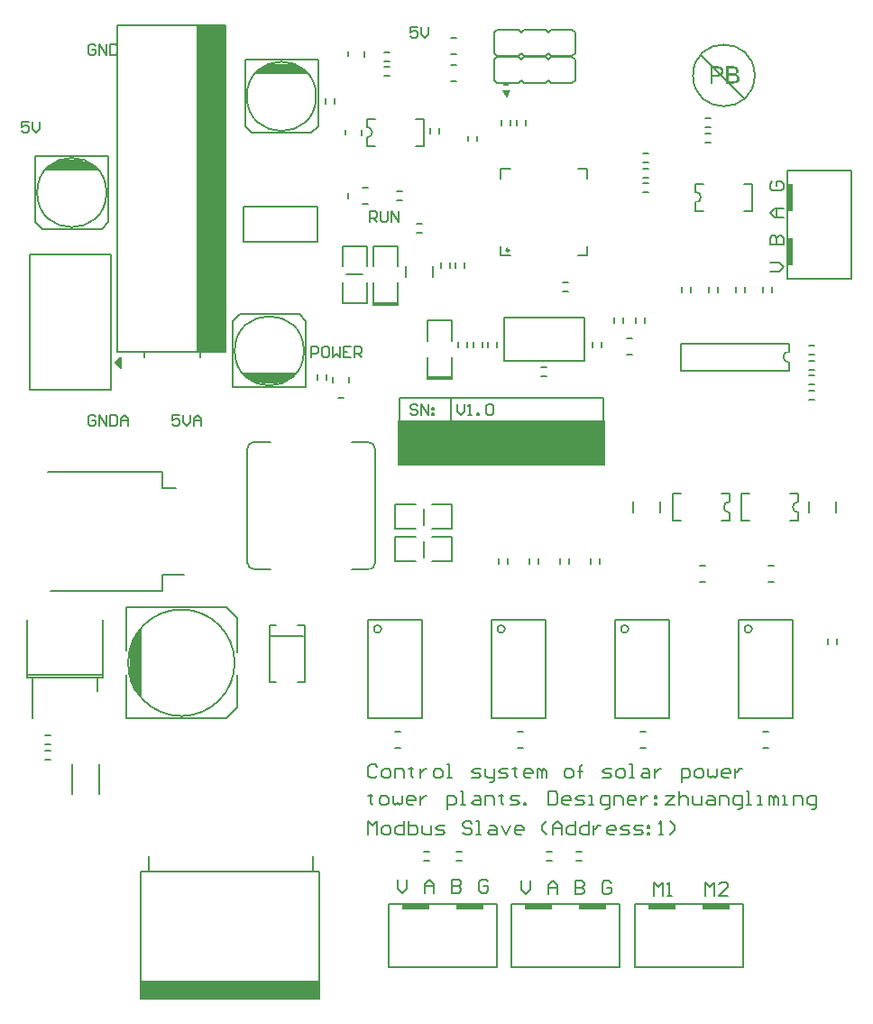
<source format=gto>
%FSAX24Y24*%
%MOIN*%
G70*
G01*
G75*
%ADD10R,0.0350X0.0200*%
%ADD11R,0.0200X0.0350*%
%ADD12R,0.0300X0.0550*%
%ADD13R,0.0550X0.0300*%
%ADD14R,0.0600X0.0600*%
%ADD15R,0.0600X0.0600*%
%ADD16R,0.1000X0.0600*%
%ADD17R,0.0240X0.0760*%
%ADD18R,0.1181X0.0787*%
%ADD19O,0.0500X0.0984*%
%ADD20O,0.0118X0.0689*%
%ADD21O,0.0689X0.0118*%
%ADD22R,0.0650X0.0400*%
%ADD23C,0.0600*%
G04:AMPARAMS|DCode=24|XSize=59.1mil|YSize=118.1mil|CornerRadius=5.9mil|HoleSize=0mil|Usage=FLASHONLY|Rotation=180.000|XOffset=0mil|YOffset=0mil|HoleType=Round|Shape=RoundedRectangle|*
%AMROUNDEDRECTD24*
21,1,0.0591,0.1063,0,0,180.0*
21,1,0.0472,0.1181,0,0,180.0*
1,1,0.0118,-0.0236,0.0532*
1,1,0.0118,0.0236,0.0532*
1,1,0.0118,0.0236,-0.0532*
1,1,0.0118,-0.0236,-0.0532*
%
%ADD24ROUNDEDRECTD24*%
G04:AMPARAMS|DCode=25|XSize=100mil|YSize=50mil|CornerRadius=5mil|HoleSize=0mil|Usage=FLASHONLY|Rotation=180.000|XOffset=0mil|YOffset=0mil|HoleType=Round|Shape=RoundedRectangle|*
%AMROUNDEDRECTD25*
21,1,0.1000,0.0400,0,0,180.0*
21,1,0.0900,0.0500,0,0,180.0*
1,1,0.0100,-0.0450,0.0200*
1,1,0.0100,0.0450,0.0200*
1,1,0.0100,0.0450,-0.0200*
1,1,0.0100,-0.0450,-0.0200*
%
%ADD25ROUNDEDRECTD25*%
%ADD26R,0.2008X0.2000*%
%ADD27R,0.0315X0.0984*%
G04:AMPARAMS|DCode=28|XSize=275.6mil|YSize=137.8mil|CornerRadius=13.8mil|HoleSize=0mil|Usage=FLASHONLY|Rotation=180.000|XOffset=0mil|YOffset=0mil|HoleType=Round|Shape=RoundedRectangle|*
%AMROUNDEDRECTD28*
21,1,0.2756,0.1102,0,0,180.0*
21,1,0.2480,0.1378,0,0,180.0*
1,1,0.0276,-0.1240,0.0551*
1,1,0.0276,0.1240,0.0551*
1,1,0.0276,0.1240,-0.0551*
1,1,0.0276,-0.1240,-0.0551*
%
%ADD28ROUNDEDRECTD28*%
%ADD29R,0.0850X0.0421*%
G04:AMPARAMS|DCode=30|XSize=417.3mil|YSize=236.2mil|CornerRadius=23.6mil|HoleSize=0mil|Usage=FLASHONLY|Rotation=90.000|XOffset=0mil|YOffset=0mil|HoleType=Round|Shape=RoundedRectangle|*
%AMROUNDEDRECTD30*
21,1,0.4173,0.1890,0,0,90.0*
21,1,0.3701,0.2362,0,0,90.0*
1,1,0.0472,0.0945,0.1850*
1,1,0.0472,0.0945,-0.1850*
1,1,0.0472,-0.0945,-0.1850*
1,1,0.0472,-0.0945,0.1850*
%
%ADD30ROUNDEDRECTD30*%
%ADD31C,0.0100*%
%ADD32C,0.0200*%
%ADD33C,0.0080*%
%ADD34C,0.0250*%
%ADD35R,0.2350X0.4000*%
%ADD36R,0.5200X0.0300*%
%ADD37R,0.2200X0.3700*%
%ADD38R,0.3100X0.0700*%
%ADD39C,0.0591*%
%ADD40R,0.0591X0.0591*%
%ADD41P,0.0649X8X112.5*%
%ADD42R,0.0591X0.0591*%
%ADD43P,0.0649X8X22.5*%
%ADD44R,0.0591X0.1575*%
%ADD45C,0.0787*%
G04:AMPARAMS|DCode=46|XSize=78.7mil|YSize=78.7mil|CornerRadius=19.7mil|HoleSize=0mil|Usage=FLASHONLY|Rotation=0.000|XOffset=0mil|YOffset=0mil|HoleType=Round|Shape=RoundedRectangle|*
%AMROUNDEDRECTD46*
21,1,0.0787,0.0394,0,0,0.0*
21,1,0.0394,0.0787,0,0,0.0*
1,1,0.0394,0.0197,-0.0197*
1,1,0.0394,-0.0197,-0.0197*
1,1,0.0394,-0.0197,0.0197*
1,1,0.0394,0.0197,0.0197*
%
%ADD46ROUNDEDRECTD46*%
%ADD47C,0.1969*%
%ADD48R,0.0610X0.0610*%
%ADD49C,0.0610*%
%ADD50R,0.1969X0.0591*%
%ADD51C,0.0984*%
G04:AMPARAMS|DCode=52|XSize=98.4mil|YSize=98.4mil|CornerRadius=9.8mil|HoleSize=0mil|Usage=FLASHONLY|Rotation=90.000|XOffset=0mil|YOffset=0mil|HoleType=Round|Shape=RoundedRectangle|*
%AMROUNDEDRECTD52*
21,1,0.0984,0.0787,0,0,90.0*
21,1,0.0787,0.0984,0,0,90.0*
1,1,0.0197,0.0394,0.0394*
1,1,0.0197,0.0394,-0.0394*
1,1,0.0197,-0.0394,-0.0394*
1,1,0.0197,-0.0394,0.0394*
%
%ADD52ROUNDEDRECTD52*%
%ADD53C,0.0360*%
%ADD54C,0.0400*%
%ADD55R,0.2650X0.2650*%
%ADD56C,0.0060*%
%ADD57C,0.0098*%
%ADD58C,0.0070*%
%ADD59C,0.0079*%
%ADD60R,0.0200X0.1000*%
%ADD61R,0.1050X1.2063*%
%ADD62R,0.1000X0.0200*%
%ADD63R,0.7650X0.1650*%
%ADD64R,0.0197X0.0101*%
%ADD65R,0.6600X0.0656*%
G36*
X085850Y072511D02*
X085697Y072663D01*
X085695Y072660D01*
X085589Y072789D01*
X085511Y072936D01*
X085462Y073095D01*
X085446Y073261D01*
X085450Y074197D01*
X085445D01*
X085464Y074393D01*
X085522Y074581D01*
X085615Y074755D01*
X085739Y074907D01*
X085850Y075011D01*
Y072511D01*
D02*
G37*
G36*
X091483Y084366D02*
X091486Y084363D01*
X091339Y084242D01*
X091171Y084152D01*
X090989Y084097D01*
X090800Y084078D01*
X090414Y084083D01*
Y084078D01*
X090218Y084098D01*
X090030Y084155D01*
X089856Y084248D01*
X089704Y084373D01*
X089650Y084433D01*
X091550D01*
X091483Y084366D01*
D02*
G37*
G36*
X107177Y095800D02*
X107192Y095799D01*
X107209Y095798D01*
X107225Y095796D01*
X107239Y095794D01*
X107240D01*
X107247Y095792D01*
X107255Y095791D01*
X107266Y095788D01*
X107278Y095783D01*
X107291Y095778D01*
X107305Y095771D01*
X107317Y095764D01*
X107319Y095763D01*
X107323Y095760D01*
X107328Y095755D01*
X107336Y095748D01*
X107344Y095740D01*
X107352Y095729D01*
X107362Y095717D01*
X107369Y095703D01*
X107370Y095701D01*
X107372Y095696D01*
X107375Y095688D01*
X107379Y095677D01*
X107382Y095664D01*
X107386Y095649D01*
X107387Y095632D01*
X107388Y095615D01*
Y095614D01*
Y095611D01*
Y095607D01*
X107387Y095601D01*
X107387Y095595D01*
X107386Y095586D01*
X107384Y095577D01*
X107382Y095567D01*
X107375Y095546D01*
X107372Y095534D01*
X107366Y095522D01*
X107360Y095510D01*
X107353Y095499D01*
X107345Y095488D01*
X107336Y095477D01*
X107335Y095476D01*
X107333Y095474D01*
X107330Y095472D01*
X107325Y095469D01*
X107320Y095464D01*
X107313Y095459D01*
X107303Y095454D01*
X107293Y095449D01*
X107281Y095444D01*
X107267Y095438D01*
X107252Y095434D01*
X107235Y095430D01*
X107216Y095426D01*
X107196Y095423D01*
X107173Y095422D01*
X107149Y095421D01*
X106985D01*
Y095161D01*
X106900D01*
Y095801D01*
X107163D01*
X107177Y095800D01*
D02*
G37*
G36*
X107751D02*
X107758D01*
X107775Y095798D01*
X107794Y095796D01*
X107813Y095792D01*
X107832Y095788D01*
X107850Y095781D01*
X107851D01*
X107852Y095780D01*
X107857Y095778D01*
X107866Y095773D01*
X107875Y095767D01*
X107886Y095758D01*
X107898Y095748D01*
X107909Y095735D01*
X107919Y095721D01*
X107920Y095719D01*
X107923Y095714D01*
X107928Y095706D01*
X107932Y095695D01*
X107937Y095682D01*
X107942Y095669D01*
X107944Y095653D01*
X107945Y095637D01*
Y095635D01*
Y095631D01*
X107944Y095622D01*
X107942Y095612D01*
X107940Y095600D01*
X107935Y095587D01*
X107930Y095574D01*
X107922Y095560D01*
X107921Y095558D01*
X107918Y095555D01*
X107913Y095547D01*
X107905Y095540D01*
X107896Y095531D01*
X107885Y095521D01*
X107871Y095511D01*
X107856Y095502D01*
X107856D01*
X107858Y095501D01*
X107861Y095500D01*
X107865Y095498D01*
X107876Y095495D01*
X107889Y095488D01*
X107903Y095480D01*
X107918Y095470D01*
X107932Y095458D01*
X107945Y095443D01*
X107946Y095441D01*
X107950Y095435D01*
X107955Y095427D01*
X107961Y095416D01*
X107967Y095401D01*
X107972Y095385D01*
X107976Y095367D01*
X107977Y095347D01*
Y095346D01*
Y095345D01*
Y095339D01*
X107976Y095330D01*
X107974Y095319D01*
X107972Y095306D01*
X107968Y095292D01*
X107964Y095277D01*
X107957Y095262D01*
X107956Y095261D01*
X107954Y095256D01*
X107950Y095250D01*
X107944Y095240D01*
X107937Y095231D01*
X107930Y095221D01*
X107920Y095211D01*
X107910Y095202D01*
X107909Y095201D01*
X107905Y095199D01*
X107899Y095195D01*
X107891Y095191D01*
X107880Y095186D01*
X107868Y095180D01*
X107856Y095176D01*
X107840Y095171D01*
X107838D01*
X107832Y095169D01*
X107823Y095168D01*
X107811Y095166D01*
X107796Y095164D01*
X107779Y095163D01*
X107759Y095162D01*
X107737Y095161D01*
X107493D01*
Y095801D01*
X107745D01*
X107751Y095800D01*
D02*
G37*
G36*
X091432Y095874D02*
X091620Y095817D01*
X091794Y095724D01*
X091946Y095599D01*
X092000Y095538D01*
X090100D01*
X090167Y095605D01*
X090164Y095609D01*
X090311Y095729D01*
X090479Y095819D01*
X090661Y095874D01*
X090850Y095893D01*
X091236Y095888D01*
Y095893D01*
X091432Y095874D01*
D02*
G37*
G36*
X099375Y094611D02*
X099225Y094911D01*
X099525D01*
X099375Y094611D01*
D02*
G37*
G36*
X085100Y084661D02*
X084900Y084861D01*
X085100Y085061D01*
Y084661D01*
D02*
G37*
G36*
X083682Y092319D02*
X083870Y092261D01*
X084044Y092169D01*
X084196Y092044D01*
X084250Y091983D01*
X082350D01*
X082417Y092050D01*
X082414Y092054D01*
X082561Y092174D01*
X082729Y092264D01*
X082911Y092319D01*
X083100Y092338D01*
X083486Y092333D01*
Y092338D01*
X083682Y092319D01*
D02*
G37*
%LPC*%
G36*
X107746Y095457D02*
X107578D01*
Y095237D01*
X107760D01*
X107780Y095237D01*
X107788Y095238D01*
X107795Y095239D01*
X107796D01*
X107800Y095240D01*
X107806Y095241D01*
X107812Y095243D01*
X107828Y095249D01*
X107844Y095256D01*
X107844Y095257D01*
X107847Y095259D01*
X107851Y095262D01*
X107856Y095265D01*
X107860Y095271D01*
X107867Y095276D01*
X107871Y095284D01*
X107877Y095292D01*
X107878Y095293D01*
X107879Y095296D01*
X107880Y095301D01*
X107883Y095308D01*
X107886Y095315D01*
X107888Y095324D01*
X107889Y095336D01*
X107890Y095347D01*
Y095348D01*
Y095352D01*
X107889Y095360D01*
X107887Y095368D01*
X107885Y095377D01*
X107881Y095387D01*
X107877Y095398D01*
X107870Y095408D01*
X107869Y095409D01*
X107867Y095412D01*
X107863Y095417D01*
X107857Y095422D01*
X107850Y095429D01*
X107841Y095435D01*
X107831Y095441D01*
X107819Y095446D01*
X107817Y095447D01*
X107813Y095447D01*
X107805Y095449D01*
X107794Y095451D01*
X107782Y095453D01*
X107766Y095455D01*
X107746Y095457D01*
D02*
G37*
G36*
X107730Y095725D02*
X107578D01*
Y095533D01*
X107735D01*
X107747Y095533D01*
X107760Y095534D01*
X107773Y095535D01*
X107786Y095537D01*
X107796Y095539D01*
X107798Y095540D01*
X107802Y095541D01*
X107807Y095544D01*
X107815Y095547D01*
X107822Y095551D01*
X107831Y095557D01*
X107839Y095564D01*
X107845Y095571D01*
X107846Y095572D01*
X107848Y095575D01*
X107851Y095581D01*
X107854Y095587D01*
X107856Y095595D01*
X107859Y095604D01*
X107861Y095615D01*
X107862Y095627D01*
Y095629D01*
Y095632D01*
X107861Y095638D01*
X107860Y095645D01*
X107858Y095655D01*
X107856Y095664D01*
X107852Y095673D01*
X107846Y095682D01*
X107845Y095683D01*
X107844Y095686D01*
X107840Y095691D01*
X107835Y095695D01*
X107829Y095701D01*
X107821Y095706D01*
X107812Y095712D01*
X107802Y095716D01*
X107801D01*
X107796Y095718D01*
X107790Y095718D01*
X107780Y095720D01*
X107766Y095722D01*
X107750Y095723D01*
X107730Y095725D01*
D02*
G37*
G36*
X107168D02*
X106985D01*
Y095496D01*
X107157D01*
X107164Y095497D01*
X107170D01*
X107177Y095498D01*
X107195Y095500D01*
X107214Y095504D01*
X107234Y095509D01*
X107252Y095517D01*
X107260Y095521D01*
X107266Y095527D01*
X107268Y095529D01*
X107272Y095533D01*
X107277Y095540D01*
X107284Y095549D01*
X107290Y095561D01*
X107296Y095576D01*
X107300Y095593D01*
X107301Y095612D01*
Y095613D01*
Y095614D01*
Y095619D01*
X107301Y095627D01*
X107299Y095636D01*
X107297Y095646D01*
X107293Y095658D01*
X107288Y095669D01*
X107281Y095681D01*
X107280Y095681D01*
X107277Y095685D01*
X107273Y095690D01*
X107267Y095696D01*
X107259Y095703D01*
X107250Y095708D01*
X107239Y095714D01*
X107227Y095718D01*
X107227D01*
X107223Y095719D01*
X107217Y095720D01*
X107210Y095722D01*
X107199Y095723D01*
X107185Y095724D01*
X107168Y095725D01*
D02*
G37*
%LPD*%
D33*
X110150Y079711D02*
G03*
X110150Y079311I000000J-000200D01*
G01*
X107600Y079711D02*
G03*
X107600Y079311I000000J-000200D01*
G01*
X109800Y085261D02*
G03*
X109800Y084861I000000J-000200D01*
G01*
X094200Y093161D02*
G03*
X094200Y093561I000000J000200D01*
G01*
X084580Y091133D02*
G03*
X084580Y091133I-001280J000000D01*
G01*
X091880Y085283D02*
G03*
X091880Y085283I-001280J000000D01*
G01*
X108540Y095461D02*
G03*
X108540Y095461I-001140J000000D01*
G01*
X092330Y094688D02*
G03*
X092330Y094688I-001280J000000D01*
G01*
X094262Y077199D02*
G03*
X094512Y077461I-000006J000256D01*
G01*
Y081661D02*
G03*
X094250Y081911I-000256J-000006D01*
G01*
X090038Y081923D02*
G03*
X089788Y081661I000006J-000256D01*
G01*
Y077461D02*
G03*
X090050Y077211I000256J000006D01*
G01*
X089319Y073761D02*
G03*
X089319Y073761I-001969J000000D01*
G01*
X106350Y090761D02*
G03*
X106350Y091161I000000J000200D01*
G01*
X109750Y087961D02*
Y091961D01*
X112100D01*
Y087961D02*
Y091961D01*
X109750Y087961D02*
X112100D01*
X084981Y085261D02*
X088982D01*
X084981Y097324D02*
X088982D01*
X084981Y085261D02*
Y097324D01*
X088982Y085261D02*
Y097324D01*
X088032Y085061D02*
Y085261D01*
X085982Y085061D02*
Y085261D01*
X104100Y062511D02*
Y064861D01*
Y062511D02*
X108100D01*
Y064861D01*
X104100D02*
X108100D01*
X099550Y062511D02*
Y064861D01*
Y062511D02*
X103550D01*
Y064861D01*
X099550D02*
X103550D01*
X095000Y062511D02*
Y064861D01*
Y062511D02*
X099000D01*
Y064861D01*
X095000D02*
X099000D01*
X096300Y077661D02*
Y078261D01*
X096600Y078411D02*
X097350D01*
Y077511D02*
Y078411D01*
X096600Y077511D02*
X097350D01*
X095250Y078411D02*
X096000D01*
X095250Y077511D02*
Y078411D01*
Y077511D02*
X096000D01*
X096300Y078861D02*
Y079461D01*
X096600Y079611D02*
X097350D01*
Y078711D02*
Y079611D01*
X096600Y078711D02*
X097350D01*
X095250Y079611D02*
X096000D01*
X095250Y078711D02*
Y079611D01*
Y078711D02*
X096000D01*
X098817Y071711D02*
X100817D01*
X098817Y075361D02*
X100817D01*
Y071711D02*
Y075361D01*
X098817Y071711D02*
Y075361D01*
X094250Y071711D02*
X096250D01*
X094250Y075361D02*
X096250D01*
Y071711D02*
Y075361D01*
X094250Y071711D02*
Y075361D01*
X103383Y071711D02*
X105383D01*
X103383Y075361D02*
X105383D01*
Y071711D02*
Y075361D01*
X103383Y071711D02*
Y075361D01*
X107950Y071711D02*
X109950D01*
X107950Y075361D02*
X109950D01*
Y071711D02*
Y075361D01*
X107950Y071711D02*
Y075361D01*
X093450Y088111D02*
X094050D01*
X093300Y088411D02*
Y089161D01*
X094200D01*
Y088411D02*
Y089161D01*
X093300Y087061D02*
Y087811D01*
Y087061D02*
X094200D01*
Y087811D01*
X108050Y080011D02*
X108350D01*
X108050Y079011D02*
Y080011D01*
Y079011D02*
X108350D01*
X109850Y080011D02*
X110150D01*
Y079711D02*
Y080011D01*
Y079011D02*
Y079311D01*
X109850Y079011D02*
X110150D01*
X105500Y080011D02*
X105800D01*
X105500Y079011D02*
Y080011D01*
Y079011D02*
X105800D01*
X107300Y080011D02*
X107600D01*
Y079711D02*
Y080011D01*
Y079011D02*
Y079311D01*
X107300Y079011D02*
X107600D01*
X109500Y084561D02*
X109800D01*
Y084861D01*
Y085261D02*
Y085561D01*
X109500D02*
X109800D01*
X105800Y084561D02*
X109500D01*
X105800D02*
Y085561D01*
X109500D01*
X096000Y092861D02*
X096300D01*
Y093861D01*
X096000D02*
X096300D01*
X094200Y092861D02*
X094500D01*
X094200D02*
Y093161D01*
Y093561D02*
Y093861D01*
X094500D01*
X089636Y090601D02*
X092372D01*
X089636Y089301D02*
Y090601D01*
X092372Y089301D02*
Y090601D01*
X089636Y089301D02*
X092372D01*
X102358Y091656D02*
Y092006D01*
Y088806D02*
Y089156D01*
X099158Y091656D02*
Y092006D01*
Y088806D02*
Y089156D01*
X102008Y092006D02*
X102358D01*
X099158D02*
X099508D01*
X102008Y088806D02*
X102358D01*
X099158D02*
X099508D01*
X081950Y090033D02*
Y092483D01*
X084400Y089783D02*
X084650Y090033D01*
Y092483D01*
X082350Y091983D02*
X084250D01*
X081950Y092483D02*
X084650D01*
X082200Y089783D02*
X084400D01*
X081950Y090033D02*
X082200Y089783D01*
X091950Y083933D02*
Y086383D01*
X089250D02*
X089500Y086633D01*
X089250Y083933D02*
Y086383D01*
X089650Y084433D02*
X091550D01*
X089250Y083933D02*
X091950D01*
X089500Y086633D02*
X091700D01*
X091950Y086383D01*
X084900Y084861D02*
X085100Y085061D01*
Y084661D02*
Y085061D01*
X084900Y084861D02*
X085100Y084661D01*
X081760Y083861D02*
X084740D01*
Y088861D01*
X081750Y083861D02*
Y088861D01*
X084740D01*
X091650Y075161D02*
X091900D01*
Y073061D02*
Y075161D01*
X090600Y073061D02*
X090850D01*
X090600D02*
Y075161D01*
X090850D01*
X091650Y073061D02*
X091900D01*
X090650Y074761D02*
X091850D01*
X096450Y084241D02*
X097350D01*
Y085061D01*
X096450Y084311D02*
X097350D01*
X096450Y084241D02*
Y085061D01*
X097350Y085661D02*
Y086411D01*
X096450D02*
X097350D01*
X096450Y085661D02*
Y086411D01*
X106550Y096211D02*
X108150Y094611D01*
X095400Y082561D02*
Y083561D01*
X102950D01*
Y082561D02*
Y083561D01*
X097300Y082661D02*
Y083561D01*
X094450Y086991D02*
X095350D01*
Y087811D01*
X094450Y087061D02*
X095350D01*
X094450Y086991D02*
Y087811D01*
X095350Y088411D02*
Y089161D01*
X094450D02*
X095350D01*
X094450Y088411D02*
Y089161D01*
X089700Y093588D02*
Y096038D01*
X092150Y093338D02*
X092400Y093588D01*
Y096038D01*
X090100Y095538D02*
X092000D01*
X089700Y096038D02*
X092400D01*
X089950Y093338D02*
X092150D01*
X089700Y093588D02*
X089950Y093338D01*
X099270Y084923D02*
X102262D01*
X099270D02*
Y086494D01*
X102262Y084923D02*
Y086498D01*
X099270D02*
X102262D01*
X084300Y068911D02*
Y070011D01*
X083300Y068911D02*
Y070011D01*
X084250Y072711D02*
Y073211D01*
X081850Y071711D02*
Y073211D01*
X084450D02*
Y075361D01*
X081650Y073211D02*
X084450D01*
X081650D02*
Y075361D01*
Y073311D02*
X084450D01*
X093650Y081911D02*
X094250D01*
X093662Y077199D02*
X094262D01*
X090038Y081923D02*
X090638D01*
X090050Y077211D02*
X090650D01*
X089788Y077461D02*
Y081661D01*
X094512Y077461D02*
Y081661D01*
X089000Y071711D02*
X089400Y072111D01*
X088925Y071711D02*
X089000D01*
X089400Y072111D02*
Y073311D01*
Y074161D02*
Y075411D01*
X085300Y071711D02*
Y073311D01*
Y074211D02*
Y075811D01*
X085850Y072511D02*
Y075011D01*
X085300Y075811D02*
X089000D01*
X089400Y075411D01*
X085300Y071711D02*
X088925D01*
X092200Y066061D02*
Y066611D01*
X086150Y066061D02*
Y066611D01*
X085850Y061355D02*
X086750D01*
X085850D02*
Y066061D01*
X092450D01*
Y061355D02*
Y066061D01*
X086750Y061355D02*
X092450D01*
X086650Y080230D02*
X087150D01*
X086650D02*
Y080830D01*
Y076430D02*
Y077030D01*
X087450D01*
X082400Y080830D02*
X086650D01*
X082500Y076430D02*
X086650D01*
X106350Y091461D02*
X106650D01*
X106350Y091161D02*
Y091461D01*
Y090461D02*
Y090761D01*
Y090461D02*
X106650D01*
X108150Y091461D02*
X108450D01*
Y090461D02*
Y091461D01*
X108150Y090461D02*
X108450D01*
X094250Y067411D02*
Y067911D01*
X094417Y067744D01*
X094583Y067911D01*
Y067411D01*
X094833D02*
X095000D01*
X095083Y067494D01*
Y067661D01*
X095000Y067744D01*
X094833D01*
X094750Y067661D01*
Y067494D01*
X094833Y067411D01*
X095583Y067911D02*
Y067411D01*
X095333D01*
X095250Y067494D01*
Y067661D01*
X095333Y067744D01*
X095583D01*
X095750Y067911D02*
Y067411D01*
X095999D01*
X096083Y067494D01*
Y067577D01*
Y067661D01*
X095999Y067744D01*
X095750D01*
X096249D02*
Y067494D01*
X096333Y067411D01*
X096583D01*
Y067744D01*
X096749Y067411D02*
X096999D01*
X097082Y067494D01*
X096999Y067577D01*
X096833D01*
X096749Y067661D01*
X096833Y067744D01*
X097082D01*
X098082Y067827D02*
X097999Y067911D01*
X097832D01*
X097749Y067827D01*
Y067744D01*
X097832Y067661D01*
X097999D01*
X098082Y067577D01*
Y067494D01*
X097999Y067411D01*
X097832D01*
X097749Y067494D01*
X098249Y067411D02*
X098415D01*
X098332D01*
Y067911D01*
X098249D01*
X098749Y067744D02*
X098915D01*
X098998Y067661D01*
Y067411D01*
X098749D01*
X098665Y067494D01*
X098749Y067577D01*
X098998D01*
X099165Y067744D02*
X099332Y067411D01*
X099498Y067744D01*
X099915Y067411D02*
X099748D01*
X099665Y067494D01*
Y067661D01*
X099748Y067744D01*
X099915D01*
X099998Y067661D01*
Y067577D01*
X099665D01*
X100831Y067411D02*
X100665Y067577D01*
Y067744D01*
X100831Y067911D01*
X101081Y067411D02*
Y067744D01*
X101248Y067911D01*
X101414Y067744D01*
Y067411D01*
Y067661D01*
X101081D01*
X101914Y067911D02*
Y067411D01*
X101664D01*
X101581Y067494D01*
Y067661D01*
X101664Y067744D01*
X101914D01*
X102414Y067911D02*
Y067411D01*
X102164D01*
X102081Y067494D01*
Y067661D01*
X102164Y067744D01*
X102414D01*
X102581D02*
Y067411D01*
Y067577D01*
X102664Y067661D01*
X102747Y067744D01*
X102831D01*
X103330Y067411D02*
X103164D01*
X103080Y067494D01*
Y067661D01*
X103164Y067744D01*
X103330D01*
X103414Y067661D01*
Y067577D01*
X103080D01*
X103580Y067411D02*
X103830D01*
X103914Y067494D01*
X103830Y067577D01*
X103664D01*
X103580Y067661D01*
X103664Y067744D01*
X103914D01*
X104080Y067411D02*
X104330D01*
X104413Y067494D01*
X104330Y067577D01*
X104163D01*
X104080Y067661D01*
X104163Y067744D01*
X104413D01*
X104580D02*
X104663D01*
Y067661D01*
X104580D01*
Y067744D01*
Y067494D02*
X104663D01*
Y067411D01*
X104580D01*
Y067494D01*
X104997Y067411D02*
X105163D01*
X105080D01*
Y067911D01*
X104997Y067827D01*
X105413Y067411D02*
X105580Y067577D01*
Y067744D01*
X105413Y067911D01*
X094333Y068927D02*
Y068844D01*
X094250D01*
X094417D01*
X094333D01*
Y068594D01*
X094417Y068511D01*
X094750D02*
X094916D01*
X095000Y068594D01*
Y068761D01*
X094916Y068844D01*
X094750D01*
X094667Y068761D01*
Y068594D01*
X094750Y068511D01*
X095166Y068844D02*
Y068594D01*
X095250Y068511D01*
X095333Y068594D01*
X095416Y068511D01*
X095500Y068594D01*
Y068844D01*
X095916Y068511D02*
X095750D01*
X095666Y068594D01*
Y068761D01*
X095750Y068844D01*
X095916D01*
X095999Y068761D01*
Y068677D01*
X095666D01*
X096166Y068844D02*
Y068511D01*
Y068677D01*
X096249Y068761D01*
X096333Y068844D01*
X096416D01*
X097166Y068344D02*
Y068844D01*
X097416D01*
X097499Y068761D01*
Y068594D01*
X097416Y068511D01*
X097166D01*
X097666D02*
X097832D01*
X097749D01*
Y069011D01*
X097666D01*
X098165Y068844D02*
X098332D01*
X098415Y068761D01*
Y068511D01*
X098165D01*
X098082Y068594D01*
X098165Y068677D01*
X098415D01*
X098582Y068511D02*
Y068844D01*
X098832D01*
X098915Y068761D01*
Y068511D01*
X099165Y068927D02*
Y068844D01*
X099082D01*
X099248D01*
X099165D01*
Y068594D01*
X099248Y068511D01*
X099498D02*
X099748D01*
X099832Y068594D01*
X099748Y068677D01*
X099582D01*
X099498Y068761D01*
X099582Y068844D01*
X099832D01*
X099998Y068511D02*
Y068594D01*
X100081D01*
Y068511D01*
X099998D01*
X100915Y069011D02*
Y068511D01*
X101164D01*
X101248Y068594D01*
Y068927D01*
X101164Y069011D01*
X100915D01*
X101664Y068511D02*
X101498D01*
X101414Y068594D01*
Y068761D01*
X101498Y068844D01*
X101664D01*
X101748Y068761D01*
Y068677D01*
X101414D01*
X101914Y068511D02*
X102164D01*
X102247Y068594D01*
X102164Y068677D01*
X101997D01*
X101914Y068761D01*
X101997Y068844D01*
X102247D01*
X102414Y068511D02*
X102581D01*
X102497D01*
Y068844D01*
X102414D01*
X102997Y068344D02*
X103080D01*
X103164Y068427D01*
Y068844D01*
X102914D01*
X102831Y068761D01*
Y068594D01*
X102914Y068511D01*
X103164D01*
X103330D02*
Y068844D01*
X103580D01*
X103664Y068761D01*
Y068511D01*
X104080D02*
X103914D01*
X103830Y068594D01*
Y068761D01*
X103914Y068844D01*
X104080D01*
X104163Y068761D01*
Y068677D01*
X103830D01*
X104330Y068844D02*
Y068511D01*
Y068677D01*
X104413Y068761D01*
X104497Y068844D01*
X104580D01*
X104830D02*
X104913D01*
Y068761D01*
X104830D01*
Y068844D01*
Y068594D02*
X104913D01*
Y068511D01*
X104830D01*
Y068594D01*
X105246Y068844D02*
X105580D01*
X105246Y068511D01*
X105580D01*
X105746Y069011D02*
Y068511D01*
Y068761D01*
X105830Y068844D01*
X105996D01*
X106080Y068761D01*
Y068511D01*
X106246Y068844D02*
Y068594D01*
X106329Y068511D01*
X106579D01*
Y068844D01*
X106829D02*
X106996D01*
X107079Y068761D01*
Y068511D01*
X106829D01*
X106746Y068594D01*
X106829Y068677D01*
X107079D01*
X107246Y068511D02*
Y068844D01*
X107496D01*
X107579Y068761D01*
Y068511D01*
X107912Y068344D02*
X107996D01*
X108079Y068427D01*
Y068844D01*
X107829D01*
X107746Y068761D01*
Y068594D01*
X107829Y068511D01*
X108079D01*
X108245D02*
X108412D01*
X108329D01*
Y069011D01*
X108245D01*
X108662Y068511D02*
X108829D01*
X108745D01*
Y068844D01*
X108662D01*
X109079Y068511D02*
Y068844D01*
X109162D01*
X109245Y068761D01*
Y068511D01*
Y068761D01*
X109328Y068844D01*
X109412Y068761D01*
Y068511D01*
X109578D02*
X109745D01*
X109662D01*
Y068844D01*
X109578D01*
X109995Y068511D02*
Y068844D01*
X110245D01*
X110328Y068761D01*
Y068511D01*
X110661Y068344D02*
X110745D01*
X110828Y068427D01*
Y068844D01*
X110578D01*
X110495Y068761D01*
Y068594D01*
X110578Y068511D01*
X110828D01*
X094583Y069927D02*
X094500Y070011D01*
X094333D01*
X094250Y069927D01*
Y069594D01*
X094333Y069511D01*
X094500D01*
X094583Y069594D01*
X094833Y069511D02*
X095000D01*
X095083Y069594D01*
Y069761D01*
X095000Y069844D01*
X094833D01*
X094750Y069761D01*
Y069594D01*
X094833Y069511D01*
X095250D02*
Y069844D01*
X095500D01*
X095583Y069761D01*
Y069511D01*
X095833Y069927D02*
Y069844D01*
X095750D01*
X095916D01*
X095833D01*
Y069594D01*
X095916Y069511D01*
X096166Y069844D02*
Y069511D01*
Y069677D01*
X096249Y069761D01*
X096333Y069844D01*
X096416D01*
X096749Y069511D02*
X096916D01*
X096999Y069594D01*
Y069761D01*
X096916Y069844D01*
X096749D01*
X096666Y069761D01*
Y069594D01*
X096749Y069511D01*
X097166D02*
X097332D01*
X097249D01*
Y070011D01*
X097166D01*
X098082Y069511D02*
X098332D01*
X098415Y069594D01*
X098332Y069677D01*
X098165D01*
X098082Y069761D01*
X098165Y069844D01*
X098415D01*
X098582D02*
Y069594D01*
X098665Y069511D01*
X098915D01*
Y069427D01*
X098832Y069344D01*
X098749D01*
X098915Y069511D02*
Y069844D01*
X099082Y069511D02*
X099332D01*
X099415Y069594D01*
X099332Y069677D01*
X099165D01*
X099082Y069761D01*
X099165Y069844D01*
X099415D01*
X099665Y069927D02*
Y069844D01*
X099582D01*
X099748D01*
X099665D01*
Y069594D01*
X099748Y069511D01*
X100248D02*
X100081D01*
X099998Y069594D01*
Y069761D01*
X100081Y069844D01*
X100248D01*
X100331Y069761D01*
Y069677D01*
X099998D01*
X100498Y069511D02*
Y069844D01*
X100581D01*
X100665Y069761D01*
Y069511D01*
Y069761D01*
X100748Y069844D01*
X100831Y069761D01*
Y069511D01*
X101581D02*
X101748D01*
X101831Y069594D01*
Y069761D01*
X101748Y069844D01*
X101581D01*
X101498Y069761D01*
Y069594D01*
X101581Y069511D01*
X102081D02*
Y069927D01*
Y069761D01*
X101997D01*
X102164D01*
X102081D01*
Y069927D01*
X102164Y070011D01*
X102914Y069511D02*
X103164D01*
X103247Y069594D01*
X103164Y069677D01*
X102997D01*
X102914Y069761D01*
X102997Y069844D01*
X103247D01*
X103497Y069511D02*
X103664D01*
X103747Y069594D01*
Y069761D01*
X103664Y069844D01*
X103497D01*
X103414Y069761D01*
Y069594D01*
X103497Y069511D01*
X103914D02*
X104080D01*
X103997D01*
Y070011D01*
X103914D01*
X104413Y069844D02*
X104580D01*
X104663Y069761D01*
Y069511D01*
X104413D01*
X104330Y069594D01*
X104413Y069677D01*
X104663D01*
X104830Y069844D02*
Y069511D01*
Y069677D01*
X104913Y069761D01*
X104997Y069844D01*
X105080D01*
X105830Y069344D02*
Y069844D01*
X106080D01*
X106163Y069761D01*
Y069594D01*
X106080Y069511D01*
X105830D01*
X106413D02*
X106579D01*
X106663Y069594D01*
Y069761D01*
X106579Y069844D01*
X106413D01*
X106329Y069761D01*
Y069594D01*
X106413Y069511D01*
X106829Y069844D02*
Y069594D01*
X106913Y069511D01*
X106996Y069594D01*
X107079Y069511D01*
X107162Y069594D01*
Y069844D01*
X107579Y069511D02*
X107412D01*
X107329Y069594D01*
Y069761D01*
X107412Y069844D01*
X107579D01*
X107662Y069761D01*
Y069677D01*
X107329D01*
X107829Y069844D02*
Y069511D01*
Y069677D01*
X107912Y069761D01*
X107996Y069844D01*
X108079D01*
X109100Y088211D02*
X109433D01*
X109600Y088377D01*
X109433Y088544D01*
X109100D01*
Y089210D02*
X109600D01*
Y089460D01*
X109517Y089544D01*
X109433D01*
X109350Y089460D01*
Y089210D01*
Y089460D01*
X109267Y089544D01*
X109183D01*
X109100Y089460D01*
Y089210D01*
X109600Y090210D02*
X109267D01*
X109100Y090377D01*
X109267Y090543D01*
X109600D01*
X109350D01*
Y090210D01*
X109183Y091543D02*
X109100Y091460D01*
Y091293D01*
X109183Y091210D01*
X109517D01*
X109600Y091293D01*
Y091460D01*
X109517Y091543D01*
X109350D01*
Y091376D01*
X104800Y065161D02*
Y065661D01*
X104967Y065494D01*
X105133Y065661D01*
Y065161D01*
X105300D02*
X105466D01*
X105383D01*
Y065661D01*
X105300Y065577D01*
X106716Y065161D02*
Y065661D01*
X106883Y065494D01*
X107049Y065661D01*
Y065161D01*
X107549D02*
X107216D01*
X107549Y065494D01*
Y065577D01*
X107466Y065661D01*
X107299D01*
X107216Y065577D01*
X099900Y065711D02*
Y065377D01*
X100067Y065211D01*
X100233Y065377D01*
Y065711D01*
X100900Y065211D02*
Y065544D01*
X101066Y065711D01*
X101233Y065544D01*
Y065211D01*
Y065461D01*
X100900D01*
X101899Y065711D02*
Y065211D01*
X102149D01*
X102233Y065294D01*
Y065377D01*
X102149Y065461D01*
X101899D01*
X102149D01*
X102233Y065544D01*
Y065627D01*
X102149Y065711D01*
X101899D01*
X103232Y065627D02*
X103149Y065711D01*
X102982D01*
X102899Y065627D01*
Y065294D01*
X102982Y065211D01*
X103149D01*
X103232Y065294D01*
Y065461D01*
X103066D01*
X095350Y065761D02*
Y065427D01*
X095517Y065261D01*
X095683Y065427D01*
Y065761D01*
X096350Y065261D02*
Y065594D01*
X096516Y065761D01*
X096683Y065594D01*
Y065261D01*
Y065511D01*
X096350D01*
X097349Y065761D02*
Y065261D01*
X097599D01*
X097683Y065344D01*
Y065427D01*
X097599Y065511D01*
X097349D01*
X097599D01*
X097683Y065594D01*
Y065677D01*
X097599Y065761D01*
X097349D01*
X098682Y065677D02*
X098599Y065761D01*
X098432D01*
X098349Y065677D01*
Y065344D01*
X098432Y065261D01*
X098599D01*
X098682Y065344D01*
Y065511D01*
X098516D01*
D56*
X099308Y075011D02*
G03*
X099308Y075011I-000141J000000D01*
G01*
X094741D02*
G03*
X094741Y075011I-000141J000000D01*
G01*
X103875D02*
G03*
X103875Y075011I-000141J000000D01*
G01*
X108441D02*
G03*
X108441Y075011I-000141J000000D01*
G01*
X093150Y083561D02*
X093350D01*
X092950Y084111D02*
Y084311D01*
X093550Y084111D02*
Y084311D01*
X093500Y090911D02*
Y091111D01*
X094050Y091311D02*
X094250D01*
X094050Y090711D02*
X094250D01*
D57*
X099457Y089007D02*
G03*
X099457Y089007I-000049J000000D01*
G01*
D58*
X097933Y093032D02*
Y093229D01*
X098267Y093032D02*
Y093229D01*
X101452Y087493D02*
X101648D01*
X101452Y087828D02*
X101648D01*
X097483Y088362D02*
Y088559D01*
X097817Y088362D02*
Y088559D01*
X103803Y085761D02*
X104000D01*
X103800Y085161D02*
X103997D01*
X103667Y086312D02*
Y086509D01*
X103333Y086312D02*
Y086509D01*
X104467Y086312D02*
Y086509D01*
X104133Y086312D02*
Y086509D01*
X099183Y093612D02*
Y093809D01*
X099517Y093612D02*
Y093809D01*
X099733Y093612D02*
Y093809D01*
X100067Y093612D02*
Y093809D01*
X094000Y093261D02*
Y093458D01*
X093400Y093264D02*
Y093461D01*
X096533Y093312D02*
Y093509D01*
X096867Y093312D02*
Y093509D01*
X109053Y077361D02*
X109250D01*
X109050Y076761D02*
X109247D01*
X106503Y077361D02*
X106700D01*
X106500Y076761D02*
X106697D01*
X111567Y074462D02*
Y074659D01*
X111233Y074462D02*
Y074659D01*
X102483Y077412D02*
Y077609D01*
X102817Y077412D02*
Y077609D01*
X108853Y071211D02*
X109050D01*
X108850Y070611D02*
X109047D01*
X100852Y066778D02*
X101048D01*
X100852Y066443D02*
X101048D01*
X101349Y077412D02*
Y077609D01*
X101684Y077412D02*
Y077609D01*
X104320Y071211D02*
X104517D01*
X104317Y070611D02*
X104514D01*
X101952Y066778D02*
X102148D01*
X101952Y066443D02*
X102148D01*
X099083Y077412D02*
Y077609D01*
X099417Y077412D02*
Y077609D01*
X095253Y071211D02*
X095450D01*
X095250Y070611D02*
X095447D01*
X096302Y066778D02*
X096498D01*
X096302Y066443D02*
X096498D01*
X100216Y077412D02*
Y077609D01*
X100551Y077412D02*
Y077609D01*
X099786Y071211D02*
X099983D01*
X099783Y070611D02*
X099980D01*
X097502Y066778D02*
X097698D01*
X097502Y066443D02*
X097698D01*
X110552Y085143D02*
X110748D01*
X110552Y085478D02*
X110748D01*
X110552Y084593D02*
X110748D01*
X110552Y084928D02*
X110748D01*
X110552Y084043D02*
X110748D01*
X110552Y084378D02*
X110748D01*
X110552Y083493D02*
X110748D01*
X110552Y083828D02*
X110748D01*
X108833Y087462D02*
Y087659D01*
X109167Y087462D02*
Y087659D01*
X107833Y087462D02*
Y087659D01*
X108167Y087462D02*
Y087659D01*
X106833Y087462D02*
Y087659D01*
X107167Y087462D02*
Y087659D01*
X105833Y087462D02*
Y087659D01*
X106167Y087462D02*
Y087659D01*
X094852Y095443D02*
X095048D01*
X094852Y095778D02*
X095048D01*
X094852Y095993D02*
X095048D01*
X094852Y096328D02*
X095048D01*
X092683Y094412D02*
Y094609D01*
X093017Y094412D02*
Y094609D01*
X096052Y089643D02*
X096248D01*
X096052Y089978D02*
X096248D01*
X097917Y085412D02*
Y085609D01*
X097583Y085412D02*
Y085609D01*
X100652Y084678D02*
X100848D01*
X100652Y084343D02*
X100848D01*
X092717Y084212D02*
Y084409D01*
X092383Y084212D02*
Y084409D01*
X097300Y096261D02*
X097497D01*
X097303Y096861D02*
X097500D01*
X098467Y085412D02*
Y085609D01*
X098133Y085412D02*
Y085609D01*
X094100Y096161D02*
Y096358D01*
X093500Y096164D02*
Y096361D01*
X097300Y095261D02*
X097497D01*
X097303Y095861D02*
X097500D01*
X099017Y085412D02*
Y085609D01*
X098683Y085412D02*
Y085609D01*
X102867Y085412D02*
Y085609D01*
X102533Y085412D02*
Y085609D01*
X097267Y088362D02*
Y088559D01*
X096933Y088362D02*
Y088559D01*
X095302Y091178D02*
X095498D01*
X095302Y090843D02*
X095498D01*
X082302Y070743D02*
X082498D01*
X082302Y071078D02*
X082498D01*
X082302Y070193D02*
X082498D01*
X082302Y070528D02*
X082498D01*
X104402Y092243D02*
X104598D01*
X104402Y092578D02*
X104598D01*
X106702Y093878D02*
X106898D01*
X106702Y093543D02*
X106898D01*
X104402Y091693D02*
X104598D01*
X104402Y092028D02*
X104598D01*
X106702Y093328D02*
X106898D01*
X106702Y092993D02*
X106898D01*
X104402Y091143D02*
X104598D01*
X104402Y091478D02*
X104598D01*
X087267Y082911D02*
X087000D01*
Y082711D01*
X087133Y082777D01*
X087200D01*
X087267Y082711D01*
Y082577D01*
X087200Y082511D01*
X087067D01*
X087000Y082577D01*
X087400Y082911D02*
Y082644D01*
X087533Y082511D01*
X087666Y082644D01*
Y082911D01*
X087800Y082511D02*
Y082777D01*
X087933Y082911D01*
X088066Y082777D01*
Y082511D01*
Y082711D01*
X087800D01*
X096067Y097261D02*
X095800D01*
Y097061D01*
X095933Y097127D01*
X096000D01*
X096067Y097061D01*
Y096927D01*
X096000Y096861D01*
X095867D01*
X095800Y096927D01*
X096200Y097261D02*
Y096994D01*
X096333Y096861D01*
X096466Y096994D01*
Y097261D01*
X084167Y096544D02*
X084100Y096611D01*
X083967D01*
X083900Y096544D01*
Y096277D01*
X083967Y096211D01*
X084100D01*
X084167Y096277D01*
Y096411D01*
X084033D01*
X084300Y096211D02*
Y096611D01*
X084566Y096211D01*
Y096611D01*
X084700D02*
Y096211D01*
X084900D01*
X084966Y096277D01*
Y096544D01*
X084900Y096611D01*
X084700D01*
X081717Y093761D02*
X081450D01*
Y093561D01*
X081583Y093627D01*
X081650D01*
X081717Y093561D01*
Y093427D01*
X081650Y093361D01*
X081517D01*
X081450Y093427D01*
X081850Y093761D02*
Y093494D01*
X081983Y093361D01*
X082116Y093494D01*
Y093761D01*
X084167Y082844D02*
X084100Y082911D01*
X083967D01*
X083900Y082844D01*
Y082577D01*
X083967Y082511D01*
X084100D01*
X084167Y082577D01*
Y082711D01*
X084033D01*
X084300Y082511D02*
Y082911D01*
X084566Y082511D01*
Y082911D01*
X084700D02*
Y082511D01*
X084900D01*
X084966Y082577D01*
Y082844D01*
X084900Y082911D01*
X084700D01*
X085100Y082511D02*
Y082777D01*
X085233Y082911D01*
X085366Y082777D01*
Y082511D01*
Y082711D01*
X085100D01*
X094300Y090061D02*
Y090461D01*
X094500D01*
X094567Y090394D01*
Y090261D01*
X094500Y090194D01*
X094300D01*
X094433D02*
X094567Y090061D01*
X094700Y090461D02*
Y090127D01*
X094767Y090061D01*
X094900D01*
X094966Y090127D01*
Y090461D01*
X095100Y090061D02*
Y090461D01*
X095366Y090061D01*
Y090461D01*
X092150Y085061D02*
Y085461D01*
X092350D01*
X092417Y085394D01*
Y085261D01*
X092350Y085194D01*
X092150D01*
X092750Y085461D02*
X092617D01*
X092550Y085394D01*
Y085127D01*
X092617Y085061D01*
X092750D01*
X092816Y085127D01*
Y085394D01*
X092750Y085461D01*
X092950D02*
Y085061D01*
X093083Y085194D01*
X093216Y085061D01*
Y085461D01*
X093616D02*
X093350D01*
Y085061D01*
X093616D01*
X093350Y085261D02*
X093483D01*
X093749Y085061D02*
Y085461D01*
X093949D01*
X094016Y085394D01*
Y085261D01*
X093949Y085194D01*
X093749D01*
X093883D02*
X094016Y085061D01*
X096067Y083244D02*
X096000Y083311D01*
X095867D01*
X095800Y083244D01*
Y083177D01*
X095867Y083111D01*
X096000D01*
X096067Y083044D01*
Y082977D01*
X096000Y082911D01*
X095867D01*
X095800Y082977D01*
X096200Y082911D02*
Y083311D01*
X096466Y082911D01*
Y083311D01*
X096600Y083177D02*
X096666D01*
Y083111D01*
X096600D01*
Y083177D01*
Y082977D02*
X096666D01*
Y082911D01*
X096600D01*
Y082977D01*
X097550Y083311D02*
Y083044D01*
X097683Y082911D01*
X097817Y083044D01*
Y083311D01*
X097950Y082911D02*
X098083D01*
X098017D01*
Y083311D01*
X097950Y083244D01*
X098283Y082911D02*
Y082977D01*
X098350D01*
Y082911D01*
X098283D01*
X098616Y083244D02*
X098683Y083311D01*
X098816D01*
X098883Y083244D01*
Y082977D01*
X098816Y082911D01*
X098683D01*
X098616Y082977D01*
Y083244D01*
D59*
X104050Y079311D02*
Y079711D01*
X105050Y079311D02*
Y079711D01*
X110550Y079311D02*
Y079711D01*
X111550Y079311D02*
Y079711D01*
X096650Y088011D02*
Y088411D01*
X095650Y088011D02*
Y088411D01*
X098900Y095301D02*
Y096021D01*
Y096301D02*
Y097021D01*
X099025Y095171D02*
X099800D01*
X100000Y096151D02*
X100800D01*
X099800Y095171D02*
X099900Y095271D01*
X100800Y095171D02*
X100900Y095271D01*
X101900Y096021D02*
Y096056D01*
X099900Y096051D02*
X100000Y096151D01*
X101900Y095266D02*
Y095301D01*
X100800Y096151D02*
X100900Y096051D01*
X098900Y096021D02*
Y096056D01*
X100000Y095171D02*
X100800D01*
X101000D02*
X101775D01*
X099025Y096151D02*
X099800D01*
X101000D02*
X101775D01*
X098900Y095266D02*
X099025Y095171D01*
X100900Y095271D02*
X101000Y095171D01*
X101775D02*
X101900Y095266D01*
X098900Y096056D02*
X099025Y096151D01*
X099900Y095271D02*
X100000Y095171D01*
X099800Y096151D02*
X099900Y096051D01*
X101775Y096151D02*
X101900Y096056D01*
Y095301D02*
Y096021D01*
X100900Y096051D02*
X101000Y096151D01*
X098900Y095266D02*
Y095301D01*
Y096266D02*
Y096301D01*
X100900Y097051D02*
X101000Y097151D01*
X101900Y096301D02*
Y097021D01*
X101775Y097151D02*
X101900Y097056D01*
X099800Y097151D02*
X099900Y097051D01*
Y096271D02*
X100000Y096171D01*
X098900Y097056D02*
X099025Y097151D01*
X101775Y096171D02*
X101900Y096266D01*
X100900Y096271D02*
X101000Y096171D01*
X098900Y096266D02*
X099025Y096171D01*
X101000Y097151D02*
X101775D01*
X099025D02*
X099800D01*
X101000Y096171D02*
X101775D01*
X100000D02*
X100800D01*
X098900Y097021D02*
Y097056D01*
X100800Y097151D02*
X100900Y097051D01*
X101900Y096266D02*
Y096301D01*
X099900Y097051D02*
X100000Y097151D01*
X101900Y097021D02*
Y097056D01*
X100800Y096171D02*
X100900Y096271D01*
X099800Y096171D02*
X099900Y096271D01*
X100000Y097151D02*
X100800D01*
X099025Y096171D02*
X099800D01*
D60*
X109850Y088961D02*
D03*
Y090961D02*
D03*
D61*
X088456Y091292D02*
D03*
D62*
X107100Y064761D02*
D03*
X105100D02*
D03*
X102550D02*
D03*
X100550D02*
D03*
X098000D02*
D03*
X096000D02*
D03*
D63*
X099175Y081886D02*
D03*
D64*
X099352Y095111D02*
D03*
D65*
X089150Y061683D02*
D03*
M02*

</source>
